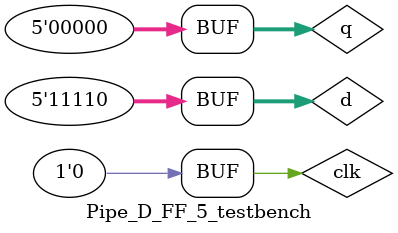
<source format=sv>
/*******************************************************************************
*	Description:
*		A D_FF module for a pipelined cpu. Used to break up logic in stages.
*	
*	Inputs:
*		d: The 5 bits of data to be written to the flipflop.
*		clk: The system clock.
*
*	Outputs:
*		q: The 5 bits of data signal stored in the flip flop.
*
*******************************************************************************/

module Pipe_D_FF_5 (q, d, reset, clk);
	input logic [4:0] d;
	input logic clk, reset;
	output logic [4:0] q;
	
	genvar a;
	
	generate 
		for (a = 0; a < 5; a++) begin : eachFlop
			D_FF oneFlop (.q(q[a]), .d(d[a]), .reset, .clk);
		end
	endgenerate
	
endmodule 

module Pipe_D_FF_5_testbench();
	logic [4:0] q, d;
	logic clk, reset;

	Pipe_D_FF_5 dut (.q, .d, .reset, .clk);

	initial begin
		q=5'b00000; d=5'b00000; clk=0; #10;
		

		d=5'b11111; clk=0; #10;
		d=5'b11111; clk=1; #10;
		d=5'b00000; clk=0; #10;
		d=5'b00000; clk=1; #10;
		d=5'b10101; clk=0; #10;
		d=5'b10101; clk=0; #10;
		d=5'b10101; clk=0; #10;
		d=5'b10101; clk=1; #10;
		d=5'b11110; clk=0; #10;
		d=5'b11110; clk=1; #10;
		d=5'b11110; clk=0; #10;
		
	end
endmodule 
</source>
